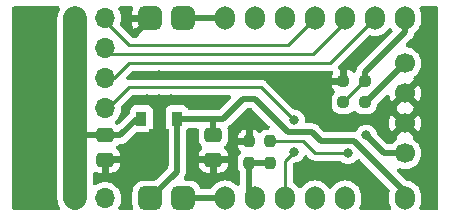
<source format=gtl>
G04 #@! TF.GenerationSoftware,KiCad,Pcbnew,6.0.11*
G04 #@! TF.CreationDate,2025-02-19T14:47:37+01:00*
G04 #@! TF.ProjectId,JetiMiniVarioPCB,4a657469-4d69-46e6-9956-6172696f5043,rev?*
G04 #@! TF.SameCoordinates,Original*
G04 #@! TF.FileFunction,Copper,L1,Top*
G04 #@! TF.FilePolarity,Positive*
%FSLAX46Y46*%
G04 Gerber Fmt 4.6, Leading zero omitted, Abs format (unit mm)*
G04 Created by KiCad (PCBNEW 6.0.11) date 2025-02-19 14:47:37*
%MOMM*%
%LPD*%
G01*
G04 APERTURE LIST*
G04 Aperture macros list*
%AMRoundRect*
0 Rectangle with rounded corners*
0 $1 Rounding radius*
0 $2 $3 $4 $5 $6 $7 $8 $9 X,Y pos of 4 corners*
0 Add a 4 corners polygon primitive as box body*
4,1,4,$2,$3,$4,$5,$6,$7,$8,$9,$2,$3,0*
0 Add four circle primitives for the rounded corners*
1,1,$1+$1,$2,$3*
1,1,$1+$1,$4,$5*
1,1,$1+$1,$6,$7*
1,1,$1+$1,$8,$9*
0 Add four rect primitives between the rounded corners*
20,1,$1+$1,$2,$3,$4,$5,0*
20,1,$1+$1,$4,$5,$6,$7,0*
20,1,$1+$1,$6,$7,$8,$9,0*
20,1,$1+$1,$8,$9,$2,$3,0*%
%AMFreePoly0*
4,1,9,3.862500,-0.866500,0.737500,-0.866500,0.737500,-0.450000,-0.737500,-0.450000,-0.737500,0.450000,0.737500,0.450000,0.737500,0.866500,3.862500,0.866500,3.862500,-0.866500,3.862500,-0.866500,$1*%
G04 Aperture macros list end*
G04 #@! TA.AperFunction,SMDPad,CuDef*
%ADD10RoundRect,0.237500X-0.250000X-0.237500X0.250000X-0.237500X0.250000X0.237500X-0.250000X0.237500X0*%
G04 #@! TD*
G04 #@! TA.AperFunction,ComponentPad*
%ADD11C,1.700000*%
G04 #@! TD*
G04 #@! TA.AperFunction,SMDPad,CuDef*
%ADD12RoundRect,0.500000X0.500000X-0.500000X0.500000X0.500000X-0.500000X0.500000X-0.500000X-0.500000X0*%
G04 #@! TD*
G04 #@! TA.AperFunction,ComponentPad*
%ADD13O,1.700000X1.700000*%
G04 #@! TD*
G04 #@! TA.AperFunction,SMDPad,CuDef*
%ADD14RoundRect,0.237500X0.237500X-0.250000X0.237500X0.250000X-0.237500X0.250000X-0.237500X-0.250000X0*%
G04 #@! TD*
G04 #@! TA.AperFunction,SMDPad,CuDef*
%ADD15R,0.900000X1.300000*%
G04 #@! TD*
G04 #@! TA.AperFunction,SMDPad,CuDef*
%ADD16FreePoly0,270.000000*%
G04 #@! TD*
G04 #@! TA.AperFunction,ComponentPad*
%ADD17O,1.700000X1.998980*%
G04 #@! TD*
G04 #@! TA.AperFunction,SMDPad,CuDef*
%ADD18RoundRect,0.250000X-0.475000X0.337500X-0.475000X-0.337500X0.475000X-0.337500X0.475000X0.337500X0*%
G04 #@! TD*
G04 #@! TA.AperFunction,ViaPad*
%ADD19C,0.800000*%
G04 #@! TD*
G04 #@! TA.AperFunction,Conductor*
%ADD20C,0.500000*%
G04 #@! TD*
G04 #@! TA.AperFunction,Conductor*
%ADD21C,2.000000*%
G04 #@! TD*
G04 #@! TA.AperFunction,Conductor*
%ADD22C,0.250000*%
G04 #@! TD*
G04 #@! TA.AperFunction,Conductor*
%ADD23C,0.600000*%
G04 #@! TD*
G04 APERTURE END LIST*
D10*
X109069500Y-75692000D03*
X110894500Y-75692000D03*
D11*
X114300000Y-77470000D03*
D12*
X92710000Y-68580000D03*
D11*
X114300000Y-72390000D03*
D13*
X88900000Y-73660000D03*
X86360000Y-73660000D03*
X83820000Y-73660000D03*
D14*
X102870000Y-80819000D03*
X102870000Y-78994000D03*
D15*
X94972000Y-77090000D03*
D16*
X93472000Y-77177500D03*
D15*
X91972000Y-77090000D03*
D12*
X95504000Y-68580000D03*
D13*
X88900000Y-83820000D03*
X86360000Y-83820000D03*
X83820000Y-83820000D03*
D17*
X114300000Y-68580000D03*
X111760000Y-68580000D03*
X109220000Y-68580000D03*
X106680000Y-68580000D03*
X104140000Y-68580000D03*
X101600000Y-68580000D03*
X99060000Y-68580000D03*
X99060000Y-83820000D03*
X101600000Y-83820000D03*
X104140000Y-83820000D03*
X106659680Y-83820000D03*
X109220000Y-83820000D03*
X111760000Y-83820000D03*
X114300000Y-83820000D03*
D18*
X88900000Y-78486000D03*
X88900000Y-80561000D03*
D12*
X92710000Y-83820000D03*
X95504000Y-83820000D03*
D18*
X98044000Y-78486000D03*
X98044000Y-80561000D03*
D14*
X101092000Y-80819000D03*
X101092000Y-78994000D03*
D11*
X114300000Y-80010000D03*
D10*
X109069500Y-73914000D03*
X110894500Y-73914000D03*
D13*
X88900000Y-76200000D03*
X86360000Y-76200000D03*
X83820000Y-76200000D03*
X88900000Y-68580000D03*
X86360000Y-68580000D03*
X83820000Y-68580000D03*
D11*
X114300000Y-74930000D03*
D13*
X88900000Y-71120000D03*
X86360000Y-71120000D03*
X83820000Y-71120000D03*
D19*
X83820000Y-78232000D03*
X83820000Y-79731500D03*
X94488000Y-75438000D03*
X91694000Y-79756000D03*
X106426000Y-73914000D03*
X107442000Y-73914000D03*
X91440000Y-69850000D03*
X91694000Y-78740000D03*
X105670000Y-81010000D03*
X96266000Y-80772000D03*
X109728000Y-72390000D03*
X96266000Y-78740000D03*
X107442000Y-74930000D03*
X93472000Y-73406000D03*
X88900000Y-82042000D03*
X101092000Y-76708000D03*
X92456000Y-75438000D03*
X93472000Y-75438000D03*
X99822000Y-78994000D03*
X91694000Y-80772000D03*
X83820000Y-81280000D03*
X96266000Y-79756000D03*
X101727000Y-77470000D03*
X90932000Y-68580000D03*
X100457000Y-77470000D03*
X104902000Y-77216000D03*
X104902000Y-79883000D03*
X110998000Y-78486000D03*
X109474000Y-80010000D03*
D20*
X91972000Y-77090000D02*
X91566000Y-77090000D01*
X90170000Y-78486000D02*
X88900000Y-78486000D01*
X91566000Y-77090000D02*
X90170000Y-78486000D01*
D21*
X86360000Y-78486000D02*
X86360000Y-83820000D01*
X86360000Y-71120000D02*
X86360000Y-73660000D01*
X86360000Y-68580000D02*
X86360000Y-71120000D01*
X86360000Y-73660000D02*
X86360000Y-76200000D01*
D20*
X88900000Y-78486000D02*
X86360000Y-78486000D01*
D21*
X86360000Y-76200000D02*
X86360000Y-78486000D01*
D22*
X100457000Y-77470000D02*
X101092000Y-77470000D01*
D21*
X83820000Y-78232000D02*
X83820000Y-79731500D01*
X83820000Y-79731500D02*
X83820000Y-81280000D01*
X83820000Y-81280000D02*
X83820000Y-83820000D01*
D22*
X91694000Y-78740000D02*
X91909500Y-78740000D01*
D21*
X83820000Y-73660000D02*
X83820000Y-76200000D01*
D22*
X101092000Y-76708000D02*
X101092000Y-77470000D01*
X101727000Y-77470000D02*
X101092000Y-77470000D01*
D21*
X83820000Y-71120000D02*
X83820000Y-68580000D01*
D22*
X101092000Y-77216000D02*
X101092000Y-78994000D01*
D21*
X83820000Y-71120000D02*
X83820000Y-73660000D01*
D23*
X91440000Y-69850000D02*
X92710000Y-68580000D01*
D21*
X83820000Y-76200000D02*
X83820000Y-78232000D01*
D20*
X107188000Y-78994000D02*
X109982000Y-78994000D01*
X98172000Y-77090000D02*
X98896000Y-77090000D01*
X98896000Y-77090000D02*
X100548000Y-75438000D01*
X104394000Y-78232000D02*
X106426000Y-78232000D01*
X94972000Y-77090000D02*
X94972000Y-81558000D01*
X94972000Y-77090000D02*
X98172000Y-77090000D01*
X114300000Y-83312000D02*
X114300000Y-83820000D01*
X106426000Y-78232000D02*
X107188000Y-78994000D01*
X109982000Y-78994000D02*
X114300000Y-83312000D01*
X101600000Y-75438000D02*
X104394000Y-78232000D01*
X94972000Y-81558000D02*
X92710000Y-83820000D01*
X98044000Y-77218000D02*
X98172000Y-77090000D01*
X100548000Y-75438000D02*
X101600000Y-75438000D01*
X98044000Y-78486000D02*
X98044000Y-77218000D01*
D22*
X104902000Y-79883000D02*
X104140000Y-80645000D01*
X102108000Y-74422000D02*
X90932000Y-74422000D01*
X104140000Y-80645000D02*
X104140000Y-83820000D01*
X90932000Y-74422000D02*
X89154000Y-76200000D01*
X89154000Y-76200000D02*
X88900000Y-76200000D01*
X104902000Y-77216000D02*
X102108000Y-74422000D01*
X89662000Y-73660000D02*
X90932000Y-72390000D01*
X88900000Y-73660000D02*
X89662000Y-73660000D01*
X107950000Y-72390000D02*
X111760000Y-68580000D01*
X90932000Y-72390000D02*
X107950000Y-72390000D01*
D20*
X95504000Y-83820000D02*
X99060000Y-83820000D01*
X99060000Y-68580000D02*
X95504000Y-68580000D01*
X112522000Y-80010000D02*
X114300000Y-80010000D01*
X110998000Y-78486000D02*
X112522000Y-80010000D01*
D22*
X109474000Y-80010000D02*
X106680000Y-80010000D01*
X105664000Y-78994000D02*
X102870000Y-78994000D01*
X106680000Y-80010000D02*
X105664000Y-78994000D01*
D20*
X110998000Y-75692000D02*
X114300000Y-72390000D01*
X110894500Y-75692000D02*
X110998000Y-75692000D01*
D22*
X109069500Y-75692000D02*
X110847500Y-73914000D01*
D20*
X110894500Y-73914000D02*
X110894500Y-73152000D01*
X110894500Y-73152000D02*
X114300000Y-69746500D01*
D22*
X110847500Y-73914000D02*
X110894500Y-73914000D01*
D20*
X114300000Y-69746500D02*
X114300000Y-68580000D01*
X101600000Y-83820000D02*
X101092000Y-83312000D01*
X101092000Y-83312000D02*
X101092000Y-80819000D01*
X101092000Y-80819000D02*
X102870000Y-80819000D01*
D22*
X104394000Y-70866000D02*
X106680000Y-68580000D01*
X88900000Y-68580000D02*
X88900000Y-68834000D01*
X88900000Y-68834000D02*
X90932000Y-70866000D01*
X90932000Y-70866000D02*
X104394000Y-70866000D01*
X88900000Y-71120000D02*
X89408000Y-71628000D01*
X106506336Y-71628000D02*
X109220000Y-68914336D01*
X109220000Y-68914336D02*
X109220000Y-68580000D01*
X89408000Y-71628000D02*
X106506336Y-71628000D01*
G04 #@! TA.AperFunction,Conductor*
G36*
X84955306Y-67576207D02*
G01*
X85024547Y-67631426D01*
X85062974Y-67711218D01*
X85062974Y-67799782D01*
X85049465Y-67839286D01*
X84994139Y-67958477D01*
X84946965Y-68060104D01*
X84881026Y-68297871D01*
X84873615Y-68367217D01*
X84861669Y-68479000D01*
X84859500Y-68499292D01*
X84859500Y-83882554D01*
X84874575Y-84065911D01*
X84876562Y-84073821D01*
X84876563Y-84073828D01*
X84907312Y-84196244D01*
X84934684Y-84305217D01*
X84937940Y-84312706D01*
X84937942Y-84312711D01*
X85006173Y-84469629D01*
X85033072Y-84531493D01*
X85037511Y-84538355D01*
X85041367Y-84545546D01*
X85039876Y-84546346D01*
X85066604Y-84619598D01*
X85057856Y-84707728D01*
X85011736Y-84783335D01*
X84937379Y-84831445D01*
X84869168Y-84843500D01*
X81225000Y-84843500D01*
X81138657Y-84823793D01*
X81069416Y-84768574D01*
X81030989Y-84688782D01*
X81026000Y-84644500D01*
X81026000Y-67755500D01*
X81045707Y-67669157D01*
X81100926Y-67599916D01*
X81180718Y-67561489D01*
X81225000Y-67556500D01*
X84868963Y-67556500D01*
X84955306Y-67576207D01*
G37*
G04 #@! TD.AperFunction*
G04 #@! TA.AperFunction,Conductor*
G36*
X105943061Y-80190265D02*
G01*
X106025119Y-80239710D01*
X106184651Y-80399242D01*
X106189756Y-80404852D01*
X106194214Y-80411877D01*
X106241332Y-80456124D01*
X106242371Y-80457100D01*
X106246859Y-80461450D01*
X106265529Y-80480120D01*
X106270467Y-80483950D01*
X106275164Y-80488091D01*
X106275049Y-80488222D01*
X106280165Y-80492591D01*
X106309418Y-80520062D01*
X106320383Y-80526090D01*
X106320386Y-80526092D01*
X106321795Y-80526866D01*
X106347901Y-80544014D01*
X106359064Y-80552673D01*
X106380657Y-80562017D01*
X106395904Y-80568615D01*
X106412735Y-80576861D01*
X106447908Y-80596197D01*
X106460034Y-80599311D01*
X106460038Y-80599312D01*
X106461595Y-80599712D01*
X106491125Y-80609822D01*
X106492610Y-80610465D01*
X106492617Y-80610467D01*
X106504104Y-80615438D01*
X106516469Y-80617396D01*
X106516471Y-80617397D01*
X106543748Y-80621717D01*
X106562106Y-80625519D01*
X106588851Y-80632386D01*
X106588855Y-80632386D01*
X106600981Y-80635500D01*
X106615112Y-80635500D01*
X106646241Y-80637950D01*
X106647794Y-80638196D01*
X106660196Y-80640160D01*
X106672659Y-80638982D01*
X106672661Y-80638982D01*
X106700152Y-80636383D01*
X106718880Y-80635500D01*
X108740740Y-80635500D01*
X108827083Y-80655207D01*
X108867806Y-80682529D01*
X108868129Y-80682888D01*
X109021270Y-80794151D01*
X109030801Y-80798394D01*
X109030800Y-80798394D01*
X109181139Y-80865330D01*
X109194197Y-80871144D01*
X109204394Y-80873312D01*
X109204399Y-80873313D01*
X109292103Y-80891954D01*
X109379354Y-80910500D01*
X109568646Y-80910500D01*
X109655897Y-80891954D01*
X109743601Y-80873313D01*
X109743606Y-80873312D01*
X109753803Y-80871144D01*
X109766862Y-80865330D01*
X109917200Y-80798394D01*
X109917199Y-80798394D01*
X109926730Y-80794151D01*
X110079871Y-80682888D01*
X110190500Y-80560022D01*
X110262919Y-80509044D01*
X110350286Y-80494536D01*
X110435296Y-80519372D01*
X110479099Y-80552466D01*
X112967549Y-83040916D01*
X113014668Y-83115904D01*
X113024584Y-83203911D01*
X113019056Y-83233125D01*
X112964937Y-83435102D01*
X112949500Y-83611544D01*
X112949500Y-84028456D01*
X112964937Y-84204898D01*
X112967185Y-84213289D01*
X112967186Y-84213293D01*
X112986042Y-84283663D01*
X113026097Y-84433153D01*
X113071425Y-84530357D01*
X113085433Y-84560398D01*
X113104063Y-84646980D01*
X113083281Y-84733070D01*
X113027204Y-84801619D01*
X112946938Y-84839047D01*
X112905078Y-84843500D01*
X110614922Y-84843500D01*
X110528579Y-84823793D01*
X110459338Y-84768574D01*
X110420911Y-84688782D01*
X110420911Y-84600218D01*
X110434567Y-84560398D01*
X110448576Y-84530357D01*
X110493903Y-84433153D01*
X110533958Y-84283663D01*
X110552814Y-84213293D01*
X110552815Y-84213289D01*
X110555063Y-84204898D01*
X110570500Y-84028456D01*
X110570500Y-83611544D01*
X110555063Y-83435102D01*
X110552815Y-83426711D01*
X110552814Y-83426707D01*
X110496152Y-83215241D01*
X110493903Y-83206847D01*
X110420667Y-83049793D01*
X110397708Y-83000557D01*
X110397706Y-83000554D01*
X110394035Y-82992681D01*
X110389051Y-82985563D01*
X110389048Y-82985558D01*
X110263481Y-82806229D01*
X110263478Y-82806225D01*
X110258495Y-82799109D01*
X110091401Y-82632015D01*
X109930362Y-82519254D01*
X109904951Y-82501461D01*
X109904950Y-82501460D01*
X109897830Y-82496475D01*
X109683663Y-82396607D01*
X109675275Y-82394360D01*
X109675271Y-82394358D01*
X109463803Y-82337696D01*
X109463799Y-82337695D01*
X109455408Y-82335447D01*
X109220000Y-82314851D01*
X108984592Y-82335447D01*
X108976201Y-82337695D01*
X108976197Y-82337696D01*
X108860727Y-82368636D01*
X108756337Y-82396607D01*
X108674407Y-82434812D01*
X108550047Y-82492802D01*
X108550044Y-82492804D01*
X108542171Y-82496475D01*
X108535053Y-82501459D01*
X108535048Y-82501462D01*
X108355719Y-82627029D01*
X108355718Y-82627030D01*
X108348599Y-82632015D01*
X108181505Y-82799109D01*
X108176522Y-82806225D01*
X108176519Y-82806229D01*
X108102851Y-82911439D01*
X108037184Y-82970864D01*
X107952237Y-82995912D01*
X107864834Y-82981621D01*
X107792287Y-82930824D01*
X107776829Y-82911439D01*
X107703161Y-82806229D01*
X107703158Y-82806225D01*
X107698175Y-82799109D01*
X107531081Y-82632015D01*
X107370042Y-82519254D01*
X107344631Y-82501461D01*
X107344630Y-82501460D01*
X107337510Y-82496475D01*
X107123343Y-82396607D01*
X107114955Y-82394360D01*
X107114951Y-82394358D01*
X106903483Y-82337696D01*
X106903479Y-82337695D01*
X106895088Y-82335447D01*
X106659680Y-82314851D01*
X106424272Y-82335447D01*
X106415881Y-82337695D01*
X106415877Y-82337696D01*
X106300407Y-82368636D01*
X106196017Y-82396607D01*
X106114087Y-82434812D01*
X105989727Y-82492802D01*
X105989724Y-82492804D01*
X105981851Y-82496475D01*
X105974733Y-82501459D01*
X105974728Y-82501462D01*
X105795399Y-82627029D01*
X105795398Y-82627030D01*
X105788279Y-82632015D01*
X105621185Y-82799109D01*
X105562849Y-82882422D01*
X105497184Y-82941844D01*
X105412237Y-82966891D01*
X105324834Y-82952601D01*
X105252287Y-82901804D01*
X105236837Y-82882430D01*
X105178495Y-82799109D01*
X105011401Y-82632015D01*
X104893940Y-82549768D01*
X104850358Y-82519251D01*
X104790934Y-82453583D01*
X104765886Y-82368636D01*
X104765500Y-82356240D01*
X104765500Y-80986518D01*
X104785207Y-80900175D01*
X104823786Y-80845804D01*
X104827804Y-80841786D01*
X104902792Y-80794667D01*
X104968518Y-80783500D01*
X104996646Y-80783500D01*
X105083897Y-80764954D01*
X105171601Y-80746313D01*
X105171606Y-80746312D01*
X105181803Y-80744144D01*
X105354730Y-80667151D01*
X105507871Y-80555888D01*
X105634533Y-80415216D01*
X105639748Y-80406184D01*
X105639752Y-80406178D01*
X105712066Y-80280925D01*
X105772304Y-80216003D01*
X105854745Y-80183647D01*
X105943061Y-80190265D01*
G37*
G04 #@! TD.AperFunction*
G04 #@! TA.AperFunction,Conductor*
G36*
X99483048Y-75067207D02*
G01*
X99552289Y-75122426D01*
X99590716Y-75202218D01*
X99590716Y-75290782D01*
X99552289Y-75370574D01*
X99537419Y-75387214D01*
X98643419Y-76281214D01*
X98568431Y-76328333D01*
X98502705Y-76339500D01*
X98243976Y-76339500D01*
X98214048Y-76337237D01*
X98214028Y-76337234D01*
X98198370Y-76334852D01*
X98186849Y-76335789D01*
X98186846Y-76335789D01*
X98149276Y-76338845D01*
X98133144Y-76339500D01*
X96056803Y-76339500D01*
X95970460Y-76319793D01*
X95901219Y-76264574D01*
X95877512Y-76222777D01*
X95877311Y-76222887D01*
X95870502Y-76210451D01*
X95865526Y-76197176D01*
X95779546Y-76082454D01*
X95664824Y-75996474D01*
X95584779Y-75966467D01*
X95542262Y-75950528D01*
X95542260Y-75950527D01*
X95530580Y-75946149D01*
X95469377Y-75939500D01*
X94972139Y-75939500D01*
X94474624Y-75939501D01*
X94447235Y-75942476D01*
X94425826Y-75944801D01*
X94425822Y-75944802D01*
X94413420Y-75946149D01*
X94279176Y-75996474D01*
X94164454Y-76082454D01*
X94078474Y-76197176D01*
X94057414Y-76253354D01*
X94033304Y-76317670D01*
X94028149Y-76331420D01*
X94021500Y-76392623D01*
X94021501Y-77787376D01*
X94028149Y-77848580D01*
X94078474Y-77982824D01*
X94164454Y-78097546D01*
X94166958Y-78099423D01*
X94210333Y-78168452D01*
X94221500Y-78234178D01*
X94221500Y-81164705D01*
X94201793Y-81251048D01*
X94163214Y-81305419D01*
X93207419Y-82261214D01*
X93132431Y-82308333D01*
X93066705Y-82319500D01*
X92152184Y-82319500D01*
X92147773Y-82319894D01*
X92147766Y-82319894D01*
X92041347Y-82329392D01*
X92031913Y-82330234D01*
X91836530Y-82386259D01*
X91827594Y-82390930D01*
X91827593Y-82390931D01*
X91746467Y-82433343D01*
X91656404Y-82480427D01*
X91648592Y-82486799D01*
X91648591Y-82486799D01*
X91641232Y-82492801D01*
X91498891Y-82608891D01*
X91370427Y-82766404D01*
X91359319Y-82787652D01*
X91292056Y-82916314D01*
X91276259Y-82946530D01*
X91220234Y-83141913D01*
X91219392Y-83151347D01*
X91212093Y-83233135D01*
X91209500Y-83262184D01*
X91209500Y-84377816D01*
X91209894Y-84382227D01*
X91209894Y-84382234D01*
X91214439Y-84433153D01*
X91220234Y-84498087D01*
X91240998Y-84570500D01*
X91246489Y-84589648D01*
X91251345Y-84678078D01*
X91217351Y-84759857D01*
X91151241Y-84818789D01*
X91066109Y-84843201D01*
X91055198Y-84843500D01*
X90214268Y-84843500D01*
X90127925Y-84823793D01*
X90058684Y-84768574D01*
X90020257Y-84688782D01*
X90020257Y-84600218D01*
X90051254Y-84530364D01*
X90074035Y-84497829D01*
X90100524Y-84441025D01*
X90135698Y-84365593D01*
X90173903Y-84283663D01*
X90197327Y-84196244D01*
X90232814Y-84063803D01*
X90232815Y-84063799D01*
X90235063Y-84055408D01*
X90255659Y-83820000D01*
X90235063Y-83584592D01*
X90173903Y-83356337D01*
X90116453Y-83233135D01*
X90077708Y-83150047D01*
X90077706Y-83150044D01*
X90074035Y-83142171D01*
X90069051Y-83135053D01*
X90069048Y-83135048D01*
X89943481Y-82955719D01*
X89943478Y-82955715D01*
X89938495Y-82948599D01*
X89771401Y-82781505D01*
X89577830Y-82645965D01*
X89363663Y-82546097D01*
X89355275Y-82543850D01*
X89355271Y-82543848D01*
X89143803Y-82487186D01*
X89143799Y-82487185D01*
X89135408Y-82484937D01*
X88900000Y-82464341D01*
X88664592Y-82484937D01*
X88656201Y-82487185D01*
X88656197Y-82487186D01*
X88498419Y-82529462D01*
X88436337Y-82546097D01*
X88428465Y-82549768D01*
X88230047Y-82642292D01*
X88230044Y-82642294D01*
X88222171Y-82645965D01*
X88173639Y-82679947D01*
X88091610Y-82713327D01*
X88003219Y-82707810D01*
X87925975Y-82664488D01*
X87875177Y-82591941D01*
X87860500Y-82516935D01*
X87860500Y-81777136D01*
X87880207Y-81690793D01*
X87935426Y-81621552D01*
X88015218Y-81583125D01*
X88103782Y-81583125D01*
X88122150Y-81588255D01*
X88261561Y-81634496D01*
X88282682Y-81639024D01*
X88370115Y-81647983D01*
X88380245Y-81648500D01*
X88577577Y-81648500D01*
X88596547Y-81644170D01*
X88600000Y-81637000D01*
X88600000Y-81626076D01*
X89200000Y-81626076D01*
X89204330Y-81645046D01*
X89211500Y-81648499D01*
X89419699Y-81648499D01*
X89429938Y-81647970D01*
X89518589Y-81638772D01*
X89539743Y-81634204D01*
X89684353Y-81585958D01*
X89705145Y-81576218D01*
X89834200Y-81496356D01*
X89852200Y-81482089D01*
X89959420Y-81374682D01*
X89973655Y-81356658D01*
X90053294Y-81227460D01*
X90062997Y-81206652D01*
X90110996Y-81061940D01*
X90115524Y-81040818D01*
X90124483Y-80953385D01*
X90125000Y-80943255D01*
X90125000Y-80883423D01*
X90120670Y-80864453D01*
X90113500Y-80861000D01*
X89222423Y-80861000D01*
X89203453Y-80865330D01*
X89200000Y-80872500D01*
X89200000Y-81626076D01*
X88600000Y-81626076D01*
X88600000Y-80460000D01*
X88619707Y-80373657D01*
X88674926Y-80304416D01*
X88754718Y-80265989D01*
X88799000Y-80261000D01*
X90102576Y-80261000D01*
X90121546Y-80256670D01*
X90124999Y-80249500D01*
X90124999Y-80178801D01*
X90124470Y-80168562D01*
X90115272Y-80079911D01*
X90110704Y-80058757D01*
X90062458Y-79914147D01*
X90052718Y-79893355D01*
X89972856Y-79764300D01*
X89958589Y-79746300D01*
X89876888Y-79664741D01*
X89829704Y-79589794D01*
X89819711Y-79501796D01*
X89848888Y-79418177D01*
X89876640Y-79383315D01*
X89963876Y-79295926D01*
X90038824Y-79248742D01*
X90120572Y-79241095D01*
X90120645Y-79239006D01*
X90132202Y-79239410D01*
X90143630Y-79241148D01*
X90155151Y-79240211D01*
X90155154Y-79240211D01*
X90192724Y-79237155D01*
X90206162Y-79236609D01*
X90208038Y-79236500D01*
X90213822Y-79236500D01*
X90219569Y-79235830D01*
X90240469Y-79233394D01*
X90247378Y-79232710D01*
X90306538Y-79227898D01*
X90318059Y-79226961D01*
X90328184Y-79223681D01*
X90333247Y-79222577D01*
X90343828Y-79221343D01*
X90410501Y-79197142D01*
X90417056Y-79194891D01*
X90484546Y-79173027D01*
X90493642Y-79167507D01*
X90498325Y-79165263D01*
X90508331Y-79161631D01*
X90567661Y-79122733D01*
X90573468Y-79119068D01*
X90634160Y-79082239D01*
X90642452Y-79074915D01*
X90644453Y-79072914D01*
X90646741Y-79070885D01*
X90654685Y-79065677D01*
X90706700Y-79010769D01*
X90710455Y-79006912D01*
X91418581Y-78298786D01*
X91493569Y-78251667D01*
X91559295Y-78240500D01*
X92408438Y-78240499D01*
X92469376Y-78240499D01*
X92496765Y-78237524D01*
X92518174Y-78235199D01*
X92518178Y-78235198D01*
X92530580Y-78233851D01*
X92664824Y-78183526D01*
X92743004Y-78124933D01*
X92768202Y-78106048D01*
X92779546Y-78097546D01*
X92865526Y-77982824D01*
X92915851Y-77848580D01*
X92922500Y-77787377D01*
X92922499Y-76392624D01*
X92919524Y-76365235D01*
X92917199Y-76343826D01*
X92917198Y-76343822D01*
X92915851Y-76331420D01*
X92865526Y-76197176D01*
X92779546Y-76082454D01*
X92664824Y-75996474D01*
X92584779Y-75966467D01*
X92542262Y-75950528D01*
X92542260Y-75950527D01*
X92530580Y-75946149D01*
X92469377Y-75939500D01*
X91972139Y-75939500D01*
X91474624Y-75939501D01*
X91447235Y-75942476D01*
X91425826Y-75944801D01*
X91425822Y-75944802D01*
X91413420Y-75946149D01*
X91279176Y-75996474D01*
X91164454Y-76082454D01*
X91078474Y-76197176D01*
X91057414Y-76253354D01*
X91033304Y-76317670D01*
X91028149Y-76331420D01*
X91021500Y-76392623D01*
X91021500Y-76490705D01*
X91001793Y-76577048D01*
X90963214Y-76631419D01*
X90075677Y-77518956D01*
X90000689Y-77566075D01*
X89912682Y-77575991D01*
X89830545Y-77547646D01*
X89817008Y-77539302D01*
X89753847Y-77477221D01*
X89723877Y-77393882D01*
X89733034Y-77305794D01*
X89780712Y-77229184D01*
X89938495Y-77071401D01*
X89943478Y-77064285D01*
X89943481Y-77064281D01*
X90069048Y-76884952D01*
X90069051Y-76884947D01*
X90074035Y-76877829D01*
X90092288Y-76838687D01*
X90170232Y-76671535D01*
X90173903Y-76663663D01*
X90206204Y-76543112D01*
X90232814Y-76443803D01*
X90232815Y-76443799D01*
X90235063Y-76435408D01*
X90255659Y-76200000D01*
X90246283Y-76092837D01*
X90258390Y-76005105D01*
X90303812Y-75934778D01*
X91132804Y-75105786D01*
X91207792Y-75058667D01*
X91273518Y-75047500D01*
X99396705Y-75047500D01*
X99483048Y-75067207D01*
G37*
G04 #@! TD.AperFunction*
G04 #@! TA.AperFunction,Conductor*
G36*
X116981343Y-67576207D02*
G01*
X117050584Y-67631426D01*
X117089011Y-67711218D01*
X117094000Y-67755500D01*
X117094000Y-84644500D01*
X117074293Y-84730843D01*
X117019074Y-84800084D01*
X116939282Y-84838511D01*
X116895000Y-84843500D01*
X115694922Y-84843500D01*
X115608579Y-84823793D01*
X115539338Y-84768574D01*
X115500911Y-84688782D01*
X115500911Y-84600218D01*
X115514567Y-84560398D01*
X115528576Y-84530357D01*
X115573903Y-84433153D01*
X115613958Y-84283663D01*
X115632814Y-84213293D01*
X115632815Y-84213289D01*
X115635063Y-84204898D01*
X115650500Y-84028456D01*
X115650500Y-83611544D01*
X115635063Y-83435102D01*
X115632815Y-83426711D01*
X115632814Y-83426707D01*
X115576152Y-83215241D01*
X115573903Y-83206847D01*
X115500667Y-83049793D01*
X115477708Y-83000557D01*
X115477706Y-83000554D01*
X115474035Y-82992681D01*
X115469051Y-82985563D01*
X115469048Y-82985558D01*
X115343481Y-82806229D01*
X115343478Y-82806225D01*
X115338495Y-82799109D01*
X115171401Y-82632015D01*
X115010362Y-82519254D01*
X114984951Y-82501461D01*
X114984950Y-82501460D01*
X114977830Y-82496475D01*
X114763663Y-82396607D01*
X114755275Y-82394360D01*
X114755271Y-82394358D01*
X114543805Y-82337697D01*
X114543806Y-82337697D01*
X114535408Y-82335447D01*
X114442528Y-82327321D01*
X114358232Y-82300163D01*
X114319159Y-82269792D01*
X113674286Y-81624919D01*
X113627167Y-81549931D01*
X113617251Y-81461924D01*
X113646502Y-81378331D01*
X113709126Y-81315707D01*
X113792719Y-81286456D01*
X113866503Y-81291986D01*
X114064592Y-81345063D01*
X114300000Y-81365659D01*
X114535408Y-81345063D01*
X114543799Y-81342815D01*
X114543803Y-81342814D01*
X114755271Y-81286152D01*
X114755275Y-81286150D01*
X114763663Y-81283903D01*
X114977830Y-81184035D01*
X115171401Y-81048495D01*
X115338495Y-80881401D01*
X115343478Y-80874285D01*
X115343481Y-80874281D01*
X115469048Y-80694952D01*
X115469051Y-80694947D01*
X115474035Y-80687829D01*
X115483678Y-80667151D01*
X115564170Y-80494536D01*
X115573903Y-80473663D01*
X115593844Y-80399242D01*
X115632814Y-80253803D01*
X115632815Y-80253799D01*
X115635063Y-80245408D01*
X115655659Y-80010000D01*
X115635063Y-79774592D01*
X115632306Y-79764300D01*
X115578478Y-79563410D01*
X115573903Y-79546337D01*
X115474035Y-79332171D01*
X115469051Y-79325053D01*
X115469048Y-79325048D01*
X115343481Y-79145719D01*
X115343478Y-79145715D01*
X115338495Y-79138599D01*
X115171401Y-78971505D01*
X115163425Y-78965920D01*
X115061180Y-78894327D01*
X115001755Y-78828660D01*
X114976707Y-78743713D01*
X114990998Y-78656310D01*
X115011956Y-78622956D01*
X115014676Y-78613729D01*
X115014624Y-78613408D01*
X115005703Y-78599967D01*
X114315855Y-77910119D01*
X114299380Y-77899767D01*
X114291869Y-77902395D01*
X113596071Y-78598193D01*
X113585719Y-78614668D01*
X113595001Y-78641194D01*
X113612819Y-78671187D01*
X113620538Y-78759413D01*
X113589212Y-78842251D01*
X113537547Y-78895219D01*
X113435719Y-78966519D01*
X113435715Y-78966522D01*
X113428599Y-78971505D01*
X113261505Y-79138599D01*
X113256522Y-79145715D01*
X113256519Y-79145719D01*
X113236267Y-79174642D01*
X113170599Y-79234066D01*
X113085652Y-79259114D01*
X113073256Y-79259500D01*
X112915295Y-79259500D01*
X112828952Y-79239793D01*
X112774581Y-79201214D01*
X111923503Y-78350136D01*
X111874957Y-78270916D01*
X111828402Y-78127634D01*
X111828400Y-78127630D01*
X111825179Y-78117716D01*
X111730533Y-77953784D01*
X111603871Y-77813112D01*
X111450730Y-77701849D01*
X111371886Y-77666745D01*
X111287331Y-77629098D01*
X111287329Y-77629097D01*
X111277803Y-77624856D01*
X111267606Y-77622688D01*
X111267601Y-77622687D01*
X111162444Y-77600336D01*
X111092646Y-77585500D01*
X110903354Y-77585500D01*
X110833556Y-77600336D01*
X110728399Y-77622687D01*
X110728394Y-77622688D01*
X110718197Y-77624856D01*
X110708671Y-77629097D01*
X110708669Y-77629098D01*
X110624114Y-77666745D01*
X110545270Y-77701849D01*
X110392129Y-77813112D01*
X110265467Y-77953784D01*
X110170821Y-78117716D01*
X110168227Y-78125698D01*
X110115678Y-78195795D01*
X110037070Y-78236590D01*
X109992394Y-78242918D01*
X109978975Y-78243281D01*
X109973592Y-78243427D01*
X109968215Y-78243500D01*
X107581295Y-78243500D01*
X107494952Y-78223793D01*
X107440581Y-78185214D01*
X107007582Y-77752215D01*
X106988019Y-77729451D01*
X106985471Y-77725988D01*
X106985466Y-77725982D01*
X106978617Y-77716676D01*
X106955068Y-77696669D01*
X106941072Y-77684779D01*
X106931215Y-77675691D01*
X106929785Y-77674418D01*
X106925697Y-77670330D01*
X106904660Y-77653686D01*
X106899289Y-77649282D01*
X106854056Y-77610853D01*
X106854053Y-77610851D01*
X106845245Y-77603368D01*
X106835768Y-77598529D01*
X106831409Y-77595732D01*
X106823051Y-77589119D01*
X106812572Y-77584221D01*
X106812568Y-77584219D01*
X106758785Y-77559082D01*
X106752547Y-77556033D01*
X106699683Y-77529040D01*
X106699684Y-77529040D01*
X106689384Y-77523781D01*
X106679037Y-77521249D01*
X106674152Y-77519529D01*
X106664507Y-77515021D01*
X106595059Y-77500576D01*
X106588288Y-77499043D01*
X106528009Y-77484293D01*
X106528008Y-77484293D01*
X106519394Y-77482185D01*
X106508352Y-77481500D01*
X106505511Y-77481500D01*
X106502473Y-77481317D01*
X106493169Y-77479382D01*
X106417598Y-77481427D01*
X106412215Y-77481500D01*
X106000567Y-77481500D01*
X105988093Y-77478653D01*
X112945600Y-77478653D01*
X112964674Y-77696669D01*
X112967679Y-77713712D01*
X113024319Y-77925094D01*
X113030243Y-77941369D01*
X113122726Y-78139698D01*
X113131385Y-78154697D01*
X113143094Y-78171418D01*
X113157223Y-78184204D01*
X113170034Y-78175702D01*
X113859881Y-77485855D01*
X113869454Y-77470620D01*
X114729767Y-77470620D01*
X114732395Y-77478131D01*
X115428192Y-78173928D01*
X115444330Y-78184068D01*
X115455468Y-78173472D01*
X115468615Y-78154697D01*
X115477274Y-78139698D01*
X115569757Y-77941369D01*
X115575681Y-77925094D01*
X115632321Y-77713712D01*
X115635326Y-77696669D01*
X115654400Y-77478653D01*
X115654400Y-77461347D01*
X115635326Y-77243331D01*
X115632321Y-77226288D01*
X115575681Y-77014906D01*
X115569757Y-76998631D01*
X115477274Y-76800302D01*
X115468615Y-76785303D01*
X115456906Y-76768582D01*
X115442777Y-76755796D01*
X115429966Y-76764298D01*
X114740119Y-77454145D01*
X114729767Y-77470620D01*
X113869454Y-77470620D01*
X113870233Y-77469380D01*
X113867605Y-77461869D01*
X113171808Y-76766072D01*
X113155670Y-76755932D01*
X113144532Y-76766528D01*
X113131385Y-76785303D01*
X113122726Y-76800302D01*
X113030243Y-76998631D01*
X113024319Y-77014906D01*
X112967679Y-77226288D01*
X112964674Y-77243331D01*
X112945600Y-77461347D01*
X112945600Y-77478653D01*
X105988093Y-77478653D01*
X105914224Y-77461793D01*
X105844983Y-77406574D01*
X105806556Y-77326782D01*
X105802657Y-77261700D01*
X105806370Y-77226372D01*
X105806370Y-77226371D01*
X105807460Y-77216000D01*
X105792908Y-77077546D01*
X105788764Y-77038113D01*
X105788764Y-77038111D01*
X105787674Y-77027744D01*
X105729179Y-76847716D01*
X105634533Y-76683784D01*
X105507871Y-76543112D01*
X105354730Y-76431849D01*
X105263046Y-76391028D01*
X105191331Y-76359098D01*
X105191329Y-76359097D01*
X105181803Y-76354856D01*
X105171606Y-76352688D01*
X105171601Y-76352687D01*
X105071544Y-76331420D01*
X104996646Y-76315500D01*
X104968518Y-76315500D01*
X104882175Y-76295793D01*
X104827804Y-76257214D01*
X103732096Y-75161505D01*
X102603349Y-74032758D01*
X102598244Y-74027148D01*
X102593786Y-74020123D01*
X102545630Y-73974901D01*
X102541142Y-73970551D01*
X102522471Y-73951880D01*
X102517533Y-73948050D01*
X102512836Y-73943909D01*
X102512951Y-73943778D01*
X102507835Y-73939409D01*
X102487708Y-73920508D01*
X102478582Y-73911938D01*
X102467617Y-73905910D01*
X102467614Y-73905908D01*
X102466205Y-73905134D01*
X102440099Y-73887986D01*
X102438827Y-73886999D01*
X102438825Y-73886998D01*
X102428936Y-73879327D01*
X102392094Y-73863384D01*
X102375262Y-73855138D01*
X102351061Y-73841833D01*
X102351059Y-73841832D01*
X102340092Y-73835803D01*
X102327966Y-73832689D01*
X102327962Y-73832688D01*
X102326405Y-73832288D01*
X102296875Y-73822178D01*
X102295390Y-73821535D01*
X102295383Y-73821533D01*
X102283896Y-73816562D01*
X102271531Y-73814604D01*
X102271529Y-73814603D01*
X102244252Y-73810283D01*
X102225894Y-73806481D01*
X102199149Y-73799614D01*
X102199145Y-73799614D01*
X102187019Y-73796500D01*
X102172888Y-73796500D01*
X102141759Y-73794050D01*
X102140173Y-73793799D01*
X102127804Y-73791840D01*
X102115341Y-73793018D01*
X102115339Y-73793018D01*
X102087848Y-73795617D01*
X102069120Y-73796500D01*
X91007032Y-73796500D01*
X90999456Y-73796143D01*
X90991333Y-73794327D01*
X90978819Y-73794720D01*
X90978817Y-73794720D01*
X90925291Y-73796402D01*
X90919042Y-73796500D01*
X90892650Y-73796500D01*
X90892650Y-73794586D01*
X90815450Y-73781999D01*
X90742881Y-73731233D01*
X90699524Y-73654008D01*
X90693969Y-73565619D01*
X90727313Y-73483573D01*
X90749658Y-73456932D01*
X91132805Y-73073786D01*
X91207794Y-73026667D01*
X91273519Y-73015500D01*
X107874969Y-73015500D01*
X107882544Y-73015857D01*
X107890667Y-73017673D01*
X107903180Y-73017280D01*
X107903183Y-73017280D01*
X107956696Y-73015598D01*
X107962947Y-73015500D01*
X107989350Y-73015500D01*
X107992954Y-73015045D01*
X108079631Y-73029168D01*
X108152206Y-73079927D01*
X108195570Y-73157147D01*
X108201135Y-73245536D01*
X108174129Y-73317952D01*
X108152613Y-73352859D01*
X108142906Y-73373675D01*
X108095825Y-73515618D01*
X108091299Y-73536728D01*
X108085667Y-73591696D01*
X108088041Y-73611007D01*
X108090441Y-73612482D01*
X108099660Y-73614000D01*
X108747077Y-73614000D01*
X108766047Y-73609670D01*
X108769500Y-73602500D01*
X108769500Y-72961527D01*
X108765170Y-72942557D01*
X108762691Y-72941363D01*
X108751911Y-72940710D01*
X108666918Y-72915818D01*
X108601142Y-72856514D01*
X108567611Y-72774544D01*
X108572966Y-72686142D01*
X108616146Y-72608819D01*
X108623230Y-72601360D01*
X111155835Y-70068755D01*
X111230823Y-70021636D01*
X111318830Y-70011720D01*
X111348053Y-70017250D01*
X111516197Y-70062304D01*
X111516201Y-70062305D01*
X111524592Y-70064553D01*
X111760000Y-70085149D01*
X111995408Y-70064553D01*
X112003799Y-70062305D01*
X112003803Y-70062304D01*
X112199438Y-70009884D01*
X112223663Y-70003393D01*
X112370797Y-69934783D01*
X112429953Y-69907198D01*
X112429956Y-69907196D01*
X112437829Y-69903525D01*
X112444947Y-69898541D01*
X112444952Y-69898538D01*
X112624281Y-69772971D01*
X112624285Y-69772968D01*
X112631401Y-69767985D01*
X112798495Y-69600891D01*
X112803478Y-69593775D01*
X112803481Y-69593771D01*
X112866989Y-69503071D01*
X112932656Y-69443646D01*
X113017603Y-69418599D01*
X113105006Y-69432889D01*
X113177553Y-69483686D01*
X113193012Y-69503072D01*
X113216278Y-69536300D01*
X113249659Y-69618332D01*
X113244141Y-69706723D01*
X113200818Y-69783967D01*
X113193980Y-69791154D01*
X110414715Y-72570418D01*
X110391951Y-72589981D01*
X110388488Y-72592529D01*
X110388482Y-72592534D01*
X110379176Y-72599383D01*
X110371693Y-72608191D01*
X110371692Y-72608192D01*
X110347279Y-72636928D01*
X110338191Y-72646785D01*
X110336918Y-72648215D01*
X110332830Y-72652303D01*
X110329247Y-72656832D01*
X110329245Y-72656834D01*
X110316187Y-72673339D01*
X110311782Y-72678711D01*
X110273353Y-72723944D01*
X110273351Y-72723947D01*
X110265868Y-72732755D01*
X110261029Y-72742232D01*
X110258232Y-72746591D01*
X110251619Y-72754949D01*
X110246721Y-72765428D01*
X110246719Y-72765432D01*
X110221582Y-72819215D01*
X110218533Y-72825453D01*
X110204129Y-72853663D01*
X110186281Y-72888616D01*
X110183749Y-72898963D01*
X110182029Y-72903848D01*
X110177521Y-72913493D01*
X110170726Y-72946163D01*
X110163076Y-72982939D01*
X110161548Y-72989691D01*
X110150056Y-73036656D01*
X110110394Y-73115837D01*
X110040301Y-73169970D01*
X109953662Y-73188331D01*
X109867636Y-73167282D01*
X109816169Y-73130193D01*
X109787881Y-73101955D01*
X109769854Y-73087719D01*
X109643150Y-73009617D01*
X109622325Y-72999906D01*
X109480389Y-72952828D01*
X109459264Y-72948299D01*
X109391803Y-72941387D01*
X109372495Y-72943760D01*
X109371018Y-72946163D01*
X109369500Y-72955381D01*
X109369500Y-74015000D01*
X109349793Y-74101343D01*
X109294574Y-74170584D01*
X109214782Y-74209011D01*
X109170500Y-74214000D01*
X108105824Y-74214000D01*
X108086854Y-74218330D01*
X108085660Y-74220809D01*
X108085087Y-74230255D01*
X108091547Y-74292514D01*
X108096117Y-74313673D01*
X108143436Y-74455508D01*
X108153180Y-74476308D01*
X108231509Y-74602886D01*
X108245774Y-74620885D01*
X108286789Y-74661828D01*
X108333973Y-74736775D01*
X108343966Y-74824773D01*
X108314789Y-74908392D01*
X108287036Y-74943256D01*
X108244560Y-74985806D01*
X108244557Y-74985810D01*
X108236392Y-74993989D01*
X108230327Y-75003829D01*
X108230325Y-75003831D01*
X108167480Y-75105786D01*
X108146092Y-75140484D01*
X108142454Y-75151451D01*
X108142453Y-75151454D01*
X108096240Y-75290782D01*
X108091914Y-75303824D01*
X108090807Y-75314632D01*
X108085122Y-75370119D01*
X108081500Y-75405465D01*
X108081501Y-75978534D01*
X108082030Y-75983630D01*
X108082030Y-75983636D01*
X108089950Y-76059967D01*
X108092178Y-76081445D01*
X108095625Y-76091777D01*
X108111682Y-76139904D01*
X108146641Y-76244690D01*
X108152725Y-76254521D01*
X108152726Y-76254524D01*
X108213471Y-76352687D01*
X108237197Y-76391028D01*
X108358989Y-76512608D01*
X108368829Y-76518673D01*
X108368831Y-76518675D01*
X108495646Y-76596844D01*
X108505484Y-76602908D01*
X108516451Y-76606546D01*
X108516454Y-76606547D01*
X108591441Y-76631419D01*
X108668824Y-76657086D01*
X108720183Y-76662348D01*
X108765415Y-76666983D01*
X108765423Y-76666983D01*
X108770465Y-76667500D01*
X109067948Y-76667500D01*
X109368534Y-76667499D01*
X109373630Y-76666970D01*
X109373636Y-76666970D01*
X109460615Y-76657946D01*
X109460618Y-76657945D01*
X109471445Y-76656822D01*
X109634690Y-76602359D01*
X109644521Y-76596275D01*
X109644524Y-76596274D01*
X109771200Y-76517885D01*
X109771202Y-76517884D01*
X109781028Y-76511803D01*
X109789191Y-76503626D01*
X109789196Y-76503622D01*
X109841163Y-76451564D01*
X109916111Y-76404380D01*
X110004108Y-76394387D01*
X110087727Y-76423565D01*
X110122591Y-76451318D01*
X110175802Y-76504436D01*
X110175806Y-76504439D01*
X110183989Y-76512608D01*
X110193829Y-76518673D01*
X110193831Y-76518675D01*
X110320646Y-76596844D01*
X110330484Y-76602908D01*
X110341451Y-76606546D01*
X110341454Y-76606547D01*
X110416441Y-76631419D01*
X110493824Y-76657086D01*
X110545183Y-76662348D01*
X110590415Y-76666983D01*
X110590423Y-76666983D01*
X110595465Y-76667500D01*
X110892948Y-76667500D01*
X111193534Y-76667499D01*
X111198630Y-76666970D01*
X111198636Y-76666970D01*
X111285615Y-76657946D01*
X111285618Y-76657945D01*
X111296445Y-76656822D01*
X111459690Y-76602359D01*
X111469521Y-76596275D01*
X111469524Y-76596274D01*
X111596200Y-76517885D01*
X111596202Y-76517884D01*
X111606028Y-76511803D01*
X111727608Y-76390011D01*
X111760537Y-76336591D01*
X111766709Y-76326578D01*
X113585375Y-76326578D01*
X113585378Y-76326594D01*
X113594298Y-76340034D01*
X114284145Y-77029881D01*
X114300620Y-77040233D01*
X114308131Y-77037605D01*
X115003929Y-76341807D01*
X115014281Y-76325332D01*
X115009464Y-76311564D01*
X114978887Y-76260097D01*
X114971168Y-76171871D01*
X115002493Y-76089032D01*
X115014626Y-76073423D01*
X115014624Y-76073408D01*
X115005703Y-76059967D01*
X114315855Y-75370119D01*
X114299380Y-75359767D01*
X114291869Y-75362395D01*
X113596071Y-76058193D01*
X113585719Y-76074668D01*
X113590536Y-76088435D01*
X113621114Y-76139904D01*
X113628833Y-76228130D01*
X113597508Y-76310969D01*
X113585375Y-76326578D01*
X111766709Y-76326578D01*
X111811844Y-76253354D01*
X111811845Y-76253353D01*
X111817908Y-76243516D01*
X111823012Y-76228130D01*
X111868665Y-76090490D01*
X111872086Y-76080176D01*
X111879791Y-76004976D01*
X111881983Y-75983585D01*
X111881983Y-75983577D01*
X111882500Y-75978535D01*
X111882500Y-75951295D01*
X111902207Y-75864952D01*
X111940786Y-75810581D01*
X112641534Y-75109833D01*
X112716522Y-75062714D01*
X112804529Y-75052798D01*
X112888122Y-75082049D01*
X112950746Y-75144673D01*
X112974467Y-75199042D01*
X113024319Y-75385094D01*
X113030243Y-75401369D01*
X113122726Y-75599698D01*
X113131385Y-75614697D01*
X113143094Y-75631418D01*
X113157223Y-75644204D01*
X113170034Y-75635702D01*
X113875116Y-74930620D01*
X114729767Y-74930620D01*
X114732395Y-74938131D01*
X115428192Y-75633928D01*
X115444330Y-75644068D01*
X115455468Y-75633472D01*
X115468615Y-75614697D01*
X115477274Y-75599698D01*
X115569757Y-75401369D01*
X115575681Y-75385094D01*
X115632321Y-75173712D01*
X115635326Y-75156669D01*
X115654400Y-74938653D01*
X115654400Y-74921347D01*
X115635326Y-74703331D01*
X115632321Y-74686288D01*
X115575681Y-74474906D01*
X115569757Y-74458631D01*
X115477274Y-74260302D01*
X115468615Y-74245303D01*
X115456906Y-74228582D01*
X115442777Y-74215796D01*
X115429966Y-74224298D01*
X114740119Y-74914145D01*
X114729767Y-74930620D01*
X113875116Y-74930620D01*
X115003929Y-73801807D01*
X115014281Y-73785332D01*
X115004999Y-73758805D01*
X114987182Y-73728814D01*
X114979463Y-73640588D01*
X115010790Y-73557750D01*
X115062452Y-73504782D01*
X115064252Y-73503522D01*
X115171401Y-73428495D01*
X115338495Y-73261401D01*
X115343478Y-73254285D01*
X115343481Y-73254281D01*
X115469048Y-73074952D01*
X115469051Y-73074947D01*
X115474035Y-73067829D01*
X115493230Y-73026667D01*
X115557812Y-72888170D01*
X115573903Y-72853663D01*
X115620781Y-72678711D01*
X115632814Y-72633803D01*
X115632815Y-72633799D01*
X115635063Y-72625408D01*
X115655659Y-72390000D01*
X115635063Y-72154592D01*
X115630795Y-72138661D01*
X115576152Y-71934731D01*
X115573903Y-71926337D01*
X115474035Y-71712171D01*
X115469051Y-71705053D01*
X115469048Y-71705048D01*
X115343481Y-71525719D01*
X115343478Y-71525715D01*
X115338495Y-71518599D01*
X115171401Y-71351505D01*
X114977830Y-71215965D01*
X114763663Y-71116097D01*
X114755275Y-71113850D01*
X114755271Y-71113848D01*
X114543803Y-71057186D01*
X114543799Y-71057185D01*
X114535408Y-71054937D01*
X114516880Y-71053316D01*
X114432583Y-71026159D01*
X114368417Y-70965117D01*
X114337090Y-70882279D01*
X114344808Y-70794052D01*
X114393508Y-70714359D01*
X114779785Y-70328082D01*
X114802549Y-70308519D01*
X114806012Y-70305971D01*
X114806018Y-70305966D01*
X114815324Y-70299117D01*
X114847221Y-70261572D01*
X114856309Y-70251715D01*
X114857582Y-70250285D01*
X114861670Y-70246197D01*
X114869750Y-70235985D01*
X114878313Y-70225161D01*
X114882718Y-70219789D01*
X114921147Y-70174556D01*
X114921149Y-70174553D01*
X114928632Y-70165745D01*
X114933471Y-70156268D01*
X114936268Y-70151909D01*
X114942881Y-70143551D01*
X114947779Y-70133072D01*
X114947781Y-70133068D01*
X114972918Y-70079285D01*
X114975967Y-70073047D01*
X115002960Y-70020183D01*
X115008219Y-70009884D01*
X115010751Y-69999534D01*
X115012469Y-69994656D01*
X115016979Y-69985007D01*
X115027426Y-69934783D01*
X115064305Y-69854263D01*
X115108115Y-69812298D01*
X115164284Y-69772969D01*
X115164289Y-69772965D01*
X115171401Y-69767985D01*
X115338495Y-69600891D01*
X115343478Y-69593775D01*
X115343481Y-69593771D01*
X115469048Y-69414442D01*
X115469051Y-69414437D01*
X115474035Y-69407319D01*
X115573903Y-69193153D01*
X115598479Y-69101432D01*
X115632814Y-68973293D01*
X115632815Y-68973289D01*
X115635063Y-68964898D01*
X115650500Y-68788456D01*
X115650500Y-68371544D01*
X115635063Y-68195102D01*
X115616208Y-68124731D01*
X115576152Y-67975241D01*
X115573903Y-67966847D01*
X115514567Y-67839601D01*
X115495937Y-67753020D01*
X115516719Y-67666930D01*
X115572796Y-67598381D01*
X115653062Y-67560953D01*
X115694922Y-67556500D01*
X116895000Y-67556500D01*
X116981343Y-67576207D01*
G37*
G04 #@! TD.AperFunction*
G04 #@! TA.AperFunction,Conductor*
G36*
X101293048Y-76208207D02*
G01*
X101347419Y-76246786D01*
X102766919Y-77666287D01*
X102814038Y-77741276D01*
X102823954Y-77829282D01*
X102794703Y-77912875D01*
X102732079Y-77975499D01*
X102648486Y-78004750D01*
X102626206Y-78006001D01*
X102583466Y-78006001D01*
X102578370Y-78006530D01*
X102578364Y-78006530D01*
X102491385Y-78015554D01*
X102491382Y-78015555D01*
X102480555Y-78016678D01*
X102317310Y-78071141D01*
X102307479Y-78077225D01*
X102307476Y-78077226D01*
X102181440Y-78155219D01*
X102170972Y-78161697D01*
X102121464Y-78211291D01*
X102046518Y-78258474D01*
X101958521Y-78268467D01*
X101874902Y-78239290D01*
X101840037Y-78211536D01*
X101797886Y-78169459D01*
X101779854Y-78155219D01*
X101653150Y-78077117D01*
X101632325Y-78067406D01*
X101490382Y-78020325D01*
X101469272Y-78015799D01*
X101414304Y-78010167D01*
X101394993Y-78012541D01*
X101393518Y-78014941D01*
X101392000Y-78024160D01*
X101392000Y-79095000D01*
X101372293Y-79181343D01*
X101317074Y-79250584D01*
X101237282Y-79289011D01*
X101193000Y-79294000D01*
X100139527Y-79294000D01*
X100120557Y-79298330D01*
X100119363Y-79300810D01*
X100118790Y-79310255D01*
X100126546Y-79385013D01*
X100131117Y-79406175D01*
X100178436Y-79548008D01*
X100188180Y-79568808D01*
X100266509Y-79695386D01*
X100280774Y-79713385D01*
X100332789Y-79765309D01*
X100379973Y-79840257D01*
X100389966Y-79928254D01*
X100360788Y-80011873D01*
X100333035Y-80046737D01*
X100279564Y-80100302D01*
X100279561Y-80100306D01*
X100271392Y-80108489D01*
X100181092Y-80254984D01*
X100177454Y-80265951D01*
X100177453Y-80265954D01*
X100140195Y-80378284D01*
X100126914Y-80418324D01*
X100125807Y-80429132D01*
X100119305Y-80492591D01*
X100116500Y-80519965D01*
X100116501Y-81118034D01*
X100117030Y-81123130D01*
X100117030Y-81123136D01*
X100125820Y-81207853D01*
X100127178Y-81220945D01*
X100130625Y-81231277D01*
X100175459Y-81365659D01*
X100181641Y-81384190D01*
X100272197Y-81530528D01*
X100280379Y-81538696D01*
X100280380Y-81538697D01*
X100283091Y-81541403D01*
X100285277Y-81544875D01*
X100287561Y-81547757D01*
X100287248Y-81548005D01*
X100330275Y-81616351D01*
X100341500Y-81682240D01*
X100341500Y-82561686D01*
X100321793Y-82648029D01*
X100266574Y-82717270D01*
X100186782Y-82755697D01*
X100098218Y-82755697D01*
X100018426Y-82717270D01*
X100001786Y-82702400D01*
X99931401Y-82632015D01*
X99770362Y-82519254D01*
X99744951Y-82501461D01*
X99744950Y-82501460D01*
X99737830Y-82496475D01*
X99523663Y-82396607D01*
X99515275Y-82394360D01*
X99515271Y-82394358D01*
X99303803Y-82337696D01*
X99303799Y-82337695D01*
X99295408Y-82335447D01*
X99060000Y-82314851D01*
X98824592Y-82335447D01*
X98816201Y-82337695D01*
X98816197Y-82337696D01*
X98700727Y-82368636D01*
X98596337Y-82396607D01*
X98514407Y-82434812D01*
X98390047Y-82492802D01*
X98390044Y-82492804D01*
X98382171Y-82496475D01*
X98375053Y-82501459D01*
X98375048Y-82501462D01*
X98195719Y-82627029D01*
X98195718Y-82627030D01*
X98188599Y-82632015D01*
X98021505Y-82799109D01*
X97891592Y-82984644D01*
X97825928Y-83044066D01*
X97740981Y-83069113D01*
X97728584Y-83069500D01*
X97120561Y-83069500D01*
X97034218Y-83049793D01*
X96964977Y-82994574D01*
X96938432Y-82948940D01*
X96937741Y-82946530D01*
X96843573Y-82766404D01*
X96715109Y-82608891D01*
X96572768Y-82492801D01*
X96565409Y-82486799D01*
X96565408Y-82486799D01*
X96557596Y-82480427D01*
X96467533Y-82433343D01*
X96386407Y-82390931D01*
X96386406Y-82390930D01*
X96377470Y-82386259D01*
X96182087Y-82330234D01*
X96172653Y-82329392D01*
X96066234Y-82319894D01*
X96066227Y-82319894D01*
X96061816Y-82319500D01*
X95740047Y-82319500D01*
X95653704Y-82299793D01*
X95584463Y-82244574D01*
X95546036Y-82164782D01*
X95546036Y-82076218D01*
X95588388Y-81991657D01*
X95600632Y-81977245D01*
X95605471Y-81967768D01*
X95608268Y-81963409D01*
X95614881Y-81955051D01*
X95619779Y-81944572D01*
X95619781Y-81944568D01*
X95644918Y-81890785D01*
X95647967Y-81884547D01*
X95674960Y-81831683D01*
X95680219Y-81821384D01*
X95682749Y-81811043D01*
X95684471Y-81806152D01*
X95688979Y-81796507D01*
X95693009Y-81777136D01*
X95703429Y-81727040D01*
X95704962Y-81720269D01*
X95719709Y-81660001D01*
X95719709Y-81660000D01*
X95721815Y-81651394D01*
X95722500Y-81640352D01*
X95722500Y-81637512D01*
X95722683Y-81634474D01*
X95724618Y-81625170D01*
X95722573Y-81549598D01*
X95722500Y-81544216D01*
X95722500Y-80943199D01*
X96819001Y-80943199D01*
X96819530Y-80953438D01*
X96828728Y-81042089D01*
X96833296Y-81063243D01*
X96881542Y-81207853D01*
X96891282Y-81228645D01*
X96971144Y-81357700D01*
X96985411Y-81375700D01*
X97092818Y-81482920D01*
X97110842Y-81497155D01*
X97240040Y-81576794D01*
X97260848Y-81586497D01*
X97405560Y-81634496D01*
X97426682Y-81639024D01*
X97514115Y-81647983D01*
X97524245Y-81648500D01*
X97721577Y-81648500D01*
X97740547Y-81644170D01*
X97744000Y-81637000D01*
X97744000Y-81626076D01*
X98344000Y-81626076D01*
X98348330Y-81645046D01*
X98355500Y-81648499D01*
X98563699Y-81648499D01*
X98573938Y-81647970D01*
X98662589Y-81638772D01*
X98683743Y-81634204D01*
X98828353Y-81585958D01*
X98849145Y-81576218D01*
X98978200Y-81496356D01*
X98996200Y-81482089D01*
X99103420Y-81374682D01*
X99117655Y-81356658D01*
X99197294Y-81227460D01*
X99206997Y-81206652D01*
X99254996Y-81061940D01*
X99259524Y-81040818D01*
X99268483Y-80953385D01*
X99269000Y-80943255D01*
X99269000Y-80883423D01*
X99264670Y-80864453D01*
X99257500Y-80861000D01*
X98366423Y-80861000D01*
X98347453Y-80865330D01*
X98344000Y-80872500D01*
X98344000Y-81626076D01*
X97744000Y-81626076D01*
X97744000Y-80883423D01*
X97739670Y-80864453D01*
X97732500Y-80861000D01*
X96841424Y-80861000D01*
X96822454Y-80865330D01*
X96819001Y-80872500D01*
X96819001Y-80943199D01*
X95722500Y-80943199D01*
X95722500Y-78234178D01*
X95742207Y-78147835D01*
X95776008Y-78100197D01*
X95779546Y-78097546D01*
X95865526Y-77982824D01*
X95870502Y-77969549D01*
X95877311Y-77957113D01*
X95878355Y-77957684D01*
X95919230Y-77895713D01*
X95995240Y-77850262D01*
X96056803Y-77840500D01*
X96624517Y-77840500D01*
X96710860Y-77860207D01*
X96780101Y-77915426D01*
X96818528Y-77995218D01*
X96822480Y-78059784D01*
X96819018Y-78093567D01*
X96819017Y-78093589D01*
X96818500Y-78098634D01*
X96818500Y-78873366D01*
X96819031Y-78878479D01*
X96819031Y-78878488D01*
X96828165Y-78966516D01*
X96829359Y-78978019D01*
X96832804Y-78988346D01*
X96832805Y-78988349D01*
X96877642Y-79122741D01*
X96884744Y-79144029D01*
X96976834Y-79292845D01*
X97067114Y-79382967D01*
X97114297Y-79457913D01*
X97124290Y-79545911D01*
X97095113Y-79629530D01*
X97067359Y-79664394D01*
X96984580Y-79747318D01*
X96970345Y-79765342D01*
X96890706Y-79894540D01*
X96881003Y-79915348D01*
X96833004Y-80060060D01*
X96828476Y-80081182D01*
X96819517Y-80168615D01*
X96819000Y-80178745D01*
X96819000Y-80238577D01*
X96823330Y-80257547D01*
X96830500Y-80261000D01*
X99246576Y-80261000D01*
X99265546Y-80256670D01*
X99268999Y-80249500D01*
X99268999Y-80178801D01*
X99268470Y-80168562D01*
X99259272Y-80079911D01*
X99254704Y-80058757D01*
X99206458Y-79914147D01*
X99196718Y-79893355D01*
X99116856Y-79764300D01*
X99102589Y-79746300D01*
X99020888Y-79664741D01*
X98973704Y-79589794D01*
X98963711Y-79501796D01*
X98992888Y-79418177D01*
X99020642Y-79383313D01*
X99102798Y-79301013D01*
X99111984Y-79291811D01*
X99132139Y-79259114D01*
X99197750Y-79152672D01*
X99197751Y-79152671D01*
X99203814Y-79142834D01*
X99210479Y-79122741D01*
X99255490Y-78987040D01*
X99255491Y-78987037D01*
X99258910Y-78976728D01*
X99269500Y-78873366D01*
X99269500Y-78671697D01*
X100119387Y-78671697D01*
X100121760Y-78691005D01*
X100124163Y-78692482D01*
X100133381Y-78694000D01*
X100769577Y-78694000D01*
X100788547Y-78689670D01*
X100792000Y-78682500D01*
X100792000Y-78030324D01*
X100787670Y-78011354D01*
X100785191Y-78010160D01*
X100775745Y-78009587D01*
X100713486Y-78016047D01*
X100692327Y-78020617D01*
X100550492Y-78067936D01*
X100529692Y-78077680D01*
X100403114Y-78156009D01*
X100385120Y-78170270D01*
X100279955Y-78275619D01*
X100265719Y-78293646D01*
X100187617Y-78420350D01*
X100177906Y-78441175D01*
X100130828Y-78583111D01*
X100126299Y-78604236D01*
X100119387Y-78671697D01*
X99269500Y-78671697D01*
X99269500Y-78098634D01*
X99267268Y-78077117D01*
X99259765Y-78004812D01*
X99259765Y-78004811D01*
X99258641Y-77993981D01*
X99240623Y-77939973D01*
X99231992Y-77851835D01*
X99262459Y-77768677D01*
X99326158Y-77706872D01*
X99360160Y-77686239D01*
X99368452Y-77678915D01*
X99370453Y-77676914D01*
X99372741Y-77674885D01*
X99380685Y-77669677D01*
X99397758Y-77651655D01*
X99432699Y-77614770D01*
X99436454Y-77610913D01*
X100800582Y-76246786D01*
X100875571Y-76199667D01*
X100941296Y-76188500D01*
X101206705Y-76188500D01*
X101293048Y-76208207D01*
G37*
G04 #@! TD.AperFunction*
G04 #@! TA.AperFunction,Conductor*
G36*
X91142061Y-67576207D02*
G01*
X91211302Y-67631426D01*
X91249729Y-67711218D01*
X91249729Y-67799782D01*
X91247009Y-67810351D01*
X91223340Y-67892895D01*
X91219887Y-67911436D01*
X91210394Y-68017799D01*
X91210000Y-68026651D01*
X91210000Y-68257577D01*
X91214330Y-68276547D01*
X91221500Y-68280000D01*
X92811000Y-68280000D01*
X92897343Y-68299707D01*
X92966584Y-68354926D01*
X93005011Y-68434718D01*
X93010000Y-68479000D01*
X93010000Y-68681000D01*
X92990293Y-68767343D01*
X92935074Y-68836584D01*
X92855282Y-68875011D01*
X92811000Y-68880000D01*
X91232424Y-68880000D01*
X91213454Y-68884330D01*
X91210001Y-68891500D01*
X91210001Y-69133347D01*
X91210396Y-69142203D01*
X91219887Y-69248565D01*
X91223339Y-69267100D01*
X91273947Y-69443590D01*
X91281397Y-69462217D01*
X91366178Y-69624388D01*
X91377218Y-69641131D01*
X91492879Y-69782945D01*
X91507057Y-69797123D01*
X91617608Y-69887287D01*
X91672063Y-69957130D01*
X91690821Y-70043684D01*
X91670167Y-70129805D01*
X91614192Y-70198437D01*
X91533983Y-70235985D01*
X91491833Y-70240500D01*
X91273518Y-70240500D01*
X91187175Y-70220793D01*
X91132804Y-70182214D01*
X90215018Y-69264427D01*
X90167899Y-69189438D01*
X90157983Y-69101432D01*
X90168733Y-69055650D01*
X90170226Y-69051549D01*
X90173903Y-69043663D01*
X90176155Y-69035259D01*
X90232814Y-68823803D01*
X90232815Y-68823799D01*
X90235063Y-68815408D01*
X90255659Y-68580000D01*
X90235063Y-68344592D01*
X90223037Y-68299707D01*
X90176152Y-68124731D01*
X90173903Y-68116337D01*
X90127954Y-68017799D01*
X90077708Y-67910047D01*
X90077706Y-67910044D01*
X90074035Y-67902171D01*
X90051255Y-67869637D01*
X90017876Y-67787611D01*
X90023392Y-67699220D01*
X90066714Y-67621975D01*
X90139261Y-67571177D01*
X90214268Y-67556500D01*
X91055718Y-67556500D01*
X91142061Y-67576207D01*
G37*
G04 #@! TD.AperFunction*
M02*

</source>
